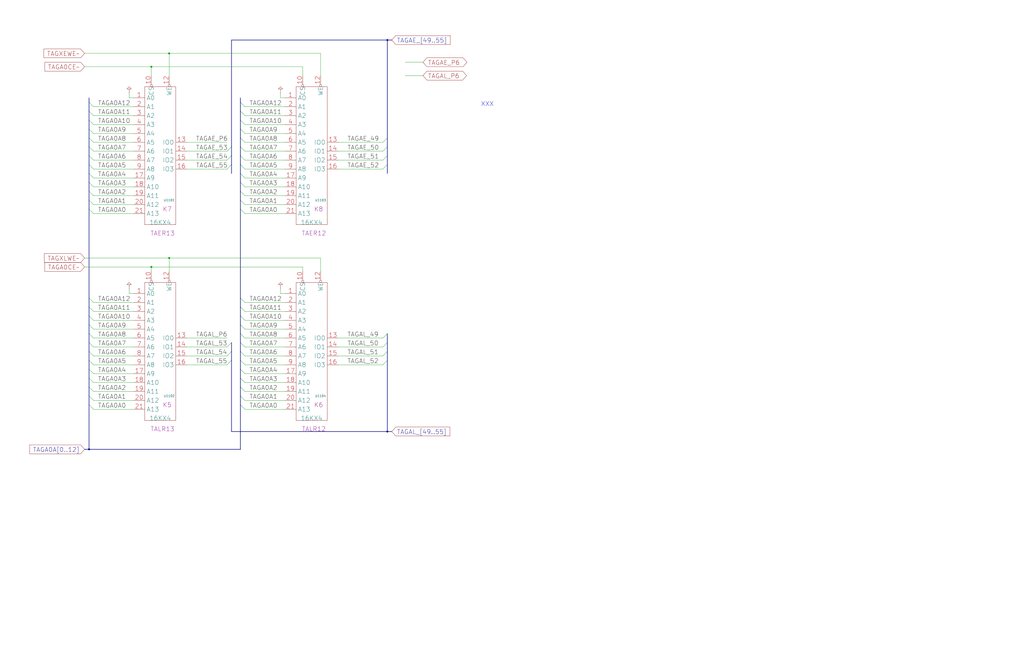
<source format=kicad_sch>
(kicad_sch (version 20250114) (generator "eeschema") (generator_version "9.0")
  (paper "User" 584.2 378.46)
  (title_block (title "TAGARAMS\\nLRU BYTE 49:55, P6") (date "08-MAR-90") (rev "0.0") (comment 1 "MEM32 BOARD") (comment 2 "232-003066") (comment 3 "S400") (comment 4 "RELEASED"))
  (lib_symbols
    (symbol "r1000:16KX4" (pin_names (offset 1.016))
      (property "Reference" "U" (at 2.54 5.08 0))
      (property "Value" "16KX4" (at -8.89 -7.62 0))
      (property "Location" "___" (at -1.27 0 0))
      (property "Name" "______" (at -1.27 -15.24 0))
      (symbol "16KX4_1_1"
        (rectangle (start -11.43 69.85) (end 6.35 -8.89))
        (circle (center -7.62 70.485) (radius 0.635))
        (circle (center 2.54 70.485) (radius 0.635))
        (pin input line (at -17.78 63.5 0) (length 6.35) (name "A0") (number "1"))
        (pin input line (at -17.78 58.42 0) (length 6.35) (name "A1") (number "2"))
        (pin input line (at -17.78 53.34 0) (length 6.35) (name "A2") (number "3"))
        (pin input line (at -17.78 48.26 0) (length 6.35) (name "A3") (number "4"))
        (pin input line (at -17.78 43.18 0) (length 6.35) (name "A4") (number "5"))
        (pin input line (at -17.78 38.1 0) (length 6.35) (name "A5") (number "6"))
        (pin input line (at -17.78 33.02 0) (length 6.35) (name "A6") (number "7"))
        (pin input line (at -17.78 27.94 0) (length 6.35) (name "A7") (number "8"))
        (pin input line (at -17.78 22.86 0) (length 6.35) (name "A8") (number "9"))
        (pin input line (at -17.78 17.78 0) (length 6.35) (name "A9") (number "17"))
        (pin input line (at -17.78 12.7 0) (length 6.35) (name "A10") (number "18"))
        (pin input line (at -17.78 7.62 0) (length 6.35) (name "A11") (number "19"))
        (pin input line (at -17.78 2.54 0) (length 6.35) (name "A12") (number "20"))
        (pin input line (at -17.78 -2.54 0) (length 6.35) (name "A13") (number "21"))
        (pin input line (at -7.62 76.2 270) (length 5.08) (name "CS") (number "10"))
        (pin input line (at 2.54 76.2 270) (length 5.08) (name "WE") (number "12"))
        (pin bidirectional line (at 12.7 38.1 180) (length 6.35) (name "IO0") (number "13"))
        (pin bidirectional line (at 12.7 33.02 180) (length 6.35) (name "IO1") (number "14"))
        (pin bidirectional line (at 12.7 27.94 180) (length 6.35) (name "IO2") (number "15"))
        (pin bidirectional line (at 12.7 22.86 180) (length 6.35) (name "IO3") (number "16"))
      )
    )
    (symbol "r1000:PU" (power) (pin_numbers (hide yes)) (pin_names (hide yes))
      (symbol "PU_0_1"
        (polyline (pts (xy 0 2.54) (xy -1.27 2.54) (xy 0 3.81) (xy 1.27 2.54) (xy 0 2.54)) (stroke (width 0.1524)))
      )
      (symbol "PU_1_1"
        (pin power_in line (at 0 0 90) (length 2.54) (name "PU") (number "1"))
      )
    )
  )
  (text "XXX" (at 274.32 60.96 0) (effects (font (size 2.54 2.54)) (justify left bottom)))
  (junction (at 50.8 256.54))
  (junction (at 220.98 246.38))
  (junction (at 86.36 38.1))
  (junction (at 96.52 147.32))
  (junction (at 96.52 30.48))
  (junction (at 220.98 22.86))
  (junction (at 86.36 152.4))
  (bus_entry (at 220.98 190.5) (size -2.54 2.54))
  (bus_entry (at 50.8 170.18) (size 2.54 2.54))
  (bus_entry (at 137.16 175.26) (size 2.54 2.54))
  (bus_entry (at 50.8 205.74) (size 2.54 2.54))
  (bus_entry (at 50.8 78.74) (size 2.54 2.54))
  (bus_entry (at 50.8 200.66) (size 2.54 2.54))
  (bus_entry (at 137.16 205.74) (size 2.54 2.54))
  (bus_entry (at 137.16 215.9) (size 2.54 2.54))
  (bus_entry (at 137.16 195.58) (size 2.54 2.54))
  (bus_entry (at 132.08 195.58) (size -2.54 2.54))
  (bus_entry (at 132.08 205.74) (size -2.54 2.54))
  (bus_entry (at 137.16 68.58) (size 2.54 2.54))
  (bus_entry (at 137.16 93.98) (size 2.54 2.54))
  (bus_entry (at 50.8 104.14) (size 2.54 2.54))
  (bus_entry (at 137.16 73.66) (size 2.54 2.54))
  (bus_entry (at 50.8 190.5) (size 2.54 2.54))
  (bus_entry (at 220.98 93.98) (size -2.54 2.54))
  (bus_entry (at 132.08 200.66) (size -2.54 2.54))
  (bus_entry (at 50.8 99.06) (size 2.54 2.54))
  (bus_entry (at 137.16 114.3) (size 2.54 2.54))
  (bus_entry (at 137.16 220.98) (size 2.54 2.54))
  (bus_entry (at 50.8 109.22) (size 2.54 2.54))
  (bus_entry (at 137.16 170.18) (size 2.54 2.54))
  (bus_entry (at 137.16 185.42) (size 2.54 2.54))
  (bus_entry (at 50.8 215.9) (size 2.54 2.54))
  (bus_entry (at 50.8 58.42) (size 2.54 2.54))
  (bus_entry (at 137.16 109.22) (size 2.54 2.54))
  (bus_entry (at 132.08 93.98) (size -2.54 2.54))
  (bus_entry (at 50.8 63.5) (size 2.54 2.54))
  (bus_entry (at 50.8 114.3) (size 2.54 2.54))
  (bus_entry (at 50.8 180.34) (size 2.54 2.54))
  (bus_entry (at 137.16 88.9) (size 2.54 2.54))
  (bus_entry (at 50.8 73.66) (size 2.54 2.54))
  (bus_entry (at 50.8 83.82) (size 2.54 2.54))
  (bus_entry (at 137.16 63.5) (size 2.54 2.54))
  (bus_entry (at 137.16 180.34) (size 2.54 2.54))
  (bus_entry (at 50.8 68.58) (size 2.54 2.54))
  (bus_entry (at 220.98 195.58) (size -2.54 2.54))
  (bus_entry (at 137.16 99.06) (size 2.54 2.54))
  (bus_entry (at 137.16 200.66) (size 2.54 2.54))
  (bus_entry (at 50.8 210.82) (size 2.54 2.54))
  (bus_entry (at 220.98 88.9) (size -2.54 2.54))
  (bus_entry (at 137.16 231.14) (size 2.54 2.54))
  (bus_entry (at 50.8 185.42) (size 2.54 2.54))
  (bus_entry (at 50.8 93.98) (size 2.54 2.54))
  (bus_entry (at 137.16 83.82) (size 2.54 2.54))
  (bus_entry (at 50.8 195.58) (size 2.54 2.54))
  (bus_entry (at 137.16 104.14) (size 2.54 2.54))
  (bus_entry (at 220.98 78.74) (size -2.54 2.54))
  (bus_entry (at 137.16 210.82) (size 2.54 2.54))
  (bus_entry (at 220.98 205.74) (size -2.54 2.54))
  (bus_entry (at 50.8 231.14) (size 2.54 2.54))
  (bus_entry (at 50.8 226.06) (size 2.54 2.54))
  (bus_entry (at 220.98 83.82) (size -2.54 2.54))
  (bus_entry (at 137.16 58.42) (size 2.54 2.54))
  (bus_entry (at 137.16 190.5) (size 2.54 2.54))
  (bus_entry (at 50.8 88.9) (size 2.54 2.54))
  (bus_entry (at 220.98 200.66) (size -2.54 2.54))
  (bus_entry (at 137.16 78.74) (size 2.54 2.54))
  (bus_entry (at 132.08 83.82) (size -2.54 2.54))
  (bus_entry (at 50.8 220.98) (size 2.54 2.54))
  (bus_entry (at 132.08 88.9) (size -2.54 2.54))
  (bus_entry (at 50.8 175.26) (size 2.54 2.54))
  (bus_entry (at 50.8 119.38) (size 2.54 2.54))
  (bus_entry (at 137.16 119.38) (size 2.54 2.54))
  (bus_entry (at 137.16 226.06) (size 2.54 2.54))
  (bus (pts (xy 50.8 55.88) (xy 50.8 58.42)))
  (wire (pts (xy 231.14 35.56) (xy 241.3 35.56)))
  (wire (pts (xy 73.66 55.88) (xy 73.66 53.34)))
  (wire (pts (xy 53.34 116.84) (xy 76.2 116.84)))
  (wire (pts (xy 139.7 106.68) (xy 162.56 106.68)))
  (wire (pts (xy 73.66 167.64) (xy 73.66 165.1)))
  (wire (pts (xy 76.2 167.64) (xy 73.66 167.64)))
  (wire (pts (xy 160.02 167.64) (xy 160.02 165.1)))
  (wire (pts (xy 139.7 101.6) (xy 162.56 101.6)))
  (bus (pts (xy 137.16 175.26) (xy 137.16 180.34)))
  (bus (pts (xy 50.8 180.34) (xy 50.8 185.42)))
  (wire (pts (xy 139.7 182.88) (xy 162.56 182.88)))
  (wire (pts (xy 96.52 147.32) (xy 182.88 147.32)))
  (bus (pts (xy 50.8 210.82) (xy 50.8 215.9)))
  (bus (pts (xy 132.08 205.74) (xy 132.08 246.38)))
  (wire (pts (xy 53.34 91.44) (xy 76.2 91.44)))
  (bus (pts (xy 137.16 104.14) (xy 137.16 109.22)))
  (bus (pts (xy 137.16 58.42) (xy 137.16 63.5)))
  (bus (pts (xy 137.16 73.66) (xy 137.16 78.74)))
  (wire (pts (xy 162.56 55.88) (xy 160.02 55.88)))
  (bus (pts (xy 50.8 220.98) (xy 50.8 226.06)))
  (wire (pts (xy 106.68 81.28) (xy 129.54 81.28)))
  (wire (pts (xy 106.68 208.28) (xy 129.54 208.28)))
  (bus (pts (xy 137.16 78.74) (xy 137.16 83.82)))
  (wire (pts (xy 139.7 81.28) (xy 162.56 81.28)))
  (wire (pts (xy 139.7 60.96) (xy 162.56 60.96)))
  (bus (pts (xy 137.16 210.82) (xy 137.16 215.9)))
  (bus (pts (xy 50.8 119.38) (xy 50.8 170.18)))
  (bus (pts (xy 137.16 114.3) (xy 137.16 119.38)))
  (bus (pts (xy 50.8 190.5) (xy 50.8 195.58)))
  (wire (pts (xy 193.04 91.44) (xy 218.44 91.44)))
  (wire (pts (xy 182.88 147.32) (xy 182.88 154.94)))
  (bus (pts (xy 137.16 63.5) (xy 137.16 68.58)))
  (bus (pts (xy 132.08 195.58) (xy 132.08 200.66)))
  (wire (pts (xy 106.68 91.44) (xy 129.54 91.44)))
  (bus (pts (xy 137.16 195.58) (xy 137.16 200.66)))
  (wire (pts (xy 139.7 208.28) (xy 162.56 208.28)))
  (wire (pts (xy 86.36 152.4) (xy 172.72 152.4)))
  (wire (pts (xy 193.04 198.12) (xy 218.44 198.12)))
  (bus (pts (xy 220.98 200.66) (xy 220.98 205.74)))
  (wire (pts (xy 48.26 30.48) (xy 96.52 30.48)))
  (bus (pts (xy 48.26 256.54) (xy 50.8 256.54)))
  (wire (pts (xy 53.34 71.12) (xy 76.2 71.12)))
  (bus (pts (xy 50.8 200.66) (xy 50.8 205.74)))
  (bus (pts (xy 50.8 99.06) (xy 50.8 104.14)))
  (bus (pts (xy 50.8 175.26) (xy 50.8 180.34)))
  (wire (pts (xy 53.34 187.96) (xy 76.2 187.96)))
  (bus (pts (xy 50.8 78.74) (xy 50.8 83.82)))
  (bus (pts (xy 137.16 200.66) (xy 137.16 205.74)))
  (bus (pts (xy 137.16 226.06) (xy 137.16 231.14)))
  (bus (pts (xy 132.08 93.98) (xy 132.08 99.06)))
  (bus (pts (xy 137.16 205.74) (xy 137.16 210.82)))
  (wire (pts (xy 193.04 203.2) (xy 218.44 203.2)))
  (bus (pts (xy 50.8 114.3) (xy 50.8 119.38)))
  (wire (pts (xy 53.34 66.04) (xy 76.2 66.04)))
  (wire (pts (xy 106.68 86.36) (xy 129.54 86.36)))
  (bus (pts (xy 132.08 200.66) (xy 132.08 205.74)))
  (wire (pts (xy 96.52 147.32) (xy 96.52 154.94)))
  (wire (pts (xy 53.34 121.92) (xy 76.2 121.92)))
  (wire (pts (xy 53.34 223.52) (xy 76.2 223.52)))
  (bus (pts (xy 50.8 109.22) (xy 50.8 114.3)))
  (bus (pts (xy 220.98 88.9) (xy 220.98 93.98)))
  (wire (pts (xy 53.34 177.8) (xy 76.2 177.8)))
  (wire (pts (xy 139.7 203.2) (xy 162.56 203.2)))
  (bus (pts (xy 137.16 190.5) (xy 137.16 195.58)))
  (wire (pts (xy 53.34 203.2) (xy 76.2 203.2)))
  (wire (pts (xy 193.04 81.28) (xy 218.44 81.28)))
  (wire (pts (xy 53.34 96.52) (xy 76.2 96.52)))
  (bus (pts (xy 50.8 226.06) (xy 50.8 231.14)))
  (bus (pts (xy 50.8 231.14) (xy 50.8 256.54)))
  (wire (pts (xy 139.7 193.04) (xy 162.56 193.04)))
  (bus (pts (xy 220.98 205.74) (xy 220.98 246.38)))
  (wire (pts (xy 53.34 60.96) (xy 76.2 60.96)))
  (wire (pts (xy 139.7 213.36) (xy 162.56 213.36)))
  (wire (pts (xy 139.7 187.96) (xy 162.56 187.96)))
  (bus (pts (xy 50.8 205.74) (xy 50.8 210.82)))
  (bus (pts (xy 50.8 93.98) (xy 50.8 99.06)))
  (bus (pts (xy 137.16 119.38) (xy 137.16 170.18)))
  (bus (pts (xy 50.8 195.58) (xy 50.8 200.66)))
  (wire (pts (xy 48.26 38.1) (xy 86.36 38.1)))
  (bus (pts (xy 132.08 22.86) (xy 132.08 83.82)))
  (wire (pts (xy 53.34 172.72) (xy 76.2 172.72)))
  (wire (pts (xy 53.34 228.6) (xy 76.2 228.6)))
  (wire (pts (xy 53.34 182.88) (xy 76.2 182.88)))
  (bus (pts (xy 50.8 83.82) (xy 50.8 88.9)))
  (bus (pts (xy 50.8 58.42) (xy 50.8 63.5)))
  (wire (pts (xy 193.04 193.04) (xy 218.44 193.04)))
  (wire (pts (xy 162.56 167.64) (xy 160.02 167.64)))
  (bus (pts (xy 50.8 104.14) (xy 50.8 109.22)))
  (wire (pts (xy 139.7 177.8) (xy 162.56 177.8)))
  (wire (pts (xy 96.52 30.48) (xy 182.88 30.48)))
  (wire (pts (xy 53.34 233.68) (xy 76.2 233.68)))
  (wire (pts (xy 139.7 71.12) (xy 162.56 71.12)))
  (bus (pts (xy 137.16 215.9) (xy 137.16 220.98)))
  (bus (pts (xy 50.8 170.18) (xy 50.8 175.26)))
  (wire (pts (xy 139.7 228.6) (xy 162.56 228.6)))
  (bus (pts (xy 50.8 185.42) (xy 50.8 190.5)))
  (wire (pts (xy 53.34 111.76) (xy 76.2 111.76)))
  (wire (pts (xy 53.34 218.44) (xy 76.2 218.44)))
  (bus (pts (xy 220.98 78.74) (xy 220.98 83.82)))
  (bus (pts (xy 220.98 22.86) (xy 220.98 78.74)))
  (wire (pts (xy 139.7 86.36) (xy 162.56 86.36)))
  (wire (pts (xy 106.68 198.12) (xy 129.54 198.12)))
  (bus (pts (xy 137.16 68.58) (xy 137.16 73.66)))
  (wire (pts (xy 139.7 198.12) (xy 162.56 198.12)))
  (bus (pts (xy 137.16 180.34) (xy 137.16 185.42)))
  (wire (pts (xy 106.68 96.52) (xy 129.54 96.52)))
  (bus (pts (xy 137.16 93.98) (xy 137.16 99.06)))
  (wire (pts (xy 193.04 96.52) (xy 218.44 96.52)))
  (wire (pts (xy 53.34 198.12) (xy 76.2 198.12)))
  (bus (pts (xy 132.08 83.82) (xy 132.08 88.9)))
  (wire (pts (xy 139.7 172.72) (xy 162.56 172.72)))
  (wire (pts (xy 86.36 38.1) (xy 86.36 43.18)))
  (wire (pts (xy 106.68 203.2) (xy 129.54 203.2)))
  (wire (pts (xy 193.04 208.28) (xy 218.44 208.28)))
  (wire (pts (xy 139.7 218.44) (xy 162.56 218.44)))
  (wire (pts (xy 139.7 223.52) (xy 162.56 223.52)))
  (bus (pts (xy 50.8 68.58) (xy 50.8 73.66)))
  (wire (pts (xy 76.2 55.88) (xy 73.66 55.88)))
  (bus (pts (xy 137.16 109.22) (xy 137.16 114.3)))
  (wire (pts (xy 139.7 76.2) (xy 162.56 76.2)))
  (bus (pts (xy 50.8 63.5) (xy 50.8 68.58)))
  (bus (pts (xy 137.16 99.06) (xy 137.16 104.14)))
  (wire (pts (xy 53.34 81.28) (xy 76.2 81.28)))
  (wire (pts (xy 182.88 30.48) (xy 182.88 43.18)))
  (wire (pts (xy 53.34 76.2) (xy 76.2 76.2)))
  (bus (pts (xy 137.16 185.42) (xy 137.16 190.5)))
  (bus (pts (xy 220.98 190.5) (xy 220.98 195.58)))
  (bus (pts (xy 220.98 195.58) (xy 220.98 200.66)))
  (bus (pts (xy 137.16 220.98) (xy 137.16 226.06)))
  (wire (pts (xy 139.7 91.44) (xy 162.56 91.44)))
  (wire (pts (xy 139.7 116.84) (xy 162.56 116.84)))
  (bus (pts (xy 50.8 215.9) (xy 50.8 220.98)))
  (wire (pts (xy 86.36 152.4) (xy 86.36 154.94)))
  (bus (pts (xy 137.16 170.18) (xy 137.16 175.26)))
  (wire (pts (xy 172.72 152.4) (xy 172.72 154.94)))
  (wire (pts (xy 193.04 86.36) (xy 218.44 86.36)))
  (wire (pts (xy 86.36 38.1) (xy 172.72 38.1)))
  (wire (pts (xy 160.02 55.88) (xy 160.02 53.34)))
  (bus (pts (xy 137.16 55.88) (xy 137.16 58.42)))
  (wire (pts (xy 139.7 121.92) (xy 162.56 121.92)))
  (wire (pts (xy 53.34 106.68) (xy 76.2 106.68)))
  (wire (pts (xy 53.34 213.36) (xy 76.2 213.36)))
  (wire (pts (xy 241.3 43.18) (xy 231.14 43.18)))
  (bus (pts (xy 50.8 73.66) (xy 50.8 78.74)))
  (bus (pts (xy 50.8 256.54) (xy 137.16 256.54)))
  (bus (pts (xy 50.8 88.9) (xy 50.8 93.98)))
  (wire (pts (xy 139.7 66.04) (xy 162.56 66.04)))
  (bus (pts (xy 132.08 22.86) (xy 220.98 22.86)))
  (wire (pts (xy 48.26 152.4) (xy 86.36 152.4)))
  (wire (pts (xy 139.7 111.76) (xy 162.56 111.76)))
  (wire (pts (xy 172.72 38.1) (xy 172.72 43.18)))
  (bus (pts (xy 137.16 88.9) (xy 137.16 93.98)))
  (bus (pts (xy 220.98 93.98) (xy 220.98 99.06)))
  (bus (pts (xy 220.98 22.86) (xy 223.52 22.86)))
  (wire (pts (xy 139.7 233.68) (xy 162.56 233.68)))
  (wire (pts (xy 96.52 30.48) (xy 96.52 43.18)))
  (wire (pts (xy 53.34 86.36) (xy 76.2 86.36)))
  (bus (pts (xy 132.08 246.38) (xy 220.98 246.38)))
  (bus (pts (xy 132.08 88.9) (xy 132.08 93.98)))
  (wire (pts (xy 53.34 101.6) (xy 76.2 101.6)))
  (bus (pts (xy 137.16 83.82) (xy 137.16 88.9)))
  (wire (pts (xy 53.34 208.28) (xy 76.2 208.28)))
  (wire (pts (xy 48.26 147.32) (xy 96.52 147.32)))
  (bus (pts (xy 137.16 231.14) (xy 137.16 256.54)))
  (bus (pts (xy 220.98 83.82) (xy 220.98 88.9)))
  (wire (pts (xy 139.7 96.52) (xy 162.56 96.52)))
  (wire (pts (xy 53.34 193.04) (xy 76.2 193.04)))
  (bus (pts (xy 220.98 246.38) (xy 223.52 246.38)))
  (wire (pts (xy 106.68 193.04) (xy 129.54 193.04)))
  (label "TAGA0A7" (at 142.24 86.36 0) (effects (font (size 2.54 2.54))))
  (label "TAGAL_52" (at 198.12 208.28 0) (effects (font (size 2.54 2.54))))
  (label "TAGA0A0" (at 55.88 121.92 0) (effects (font (size 2.54 2.54))))
  (label "TAGAE_54" (at 111.76 91.44 0) (effects (font (size 2.54 2.54))))
  (label "TAGA0A0" (at 142.24 121.92 0) (effects (font (size 2.54 2.54))))
  (label "TAGA0A5" (at 142.24 208.28 0) (effects (font (size 2.54 2.54))))
  (label "TAGA0A2" (at 142.24 111.76 0) (effects (font (size 2.54 2.54))))
  (label "TAGAE_52" (at 198.12 96.52 0) (effects (font (size 2.54 2.54))))
  (label "TAGAL_51" (at 198.12 203.2 0) (effects (font (size 2.54 2.54))))
  (label "TAGA0A1" (at 55.88 228.6 0) (effects (font (size 2.54 2.54))))
  (label "TAGA0A2" (at 55.88 223.52 0) (effects (font (size 2.54 2.54))))
  (label "TAGA0A10" (at 55.88 71.12 0) (effects (font (size 2.54 2.54))))
  (label "TAGA0A1" (at 142.24 228.6 0) (effects (font (size 2.54 2.54))))
  (label "TAGA0A3" (at 55.88 106.68 0) (effects (font (size 2.54 2.54))))
  (label "TAGA0A8" (at 142.24 193.04 0) (effects (font (size 2.54 2.54))))
  (label "TAGA0A11" (at 55.88 177.8 0) (effects (font (size 2.54 2.54))))
  (label "TAGA0A12" (at 142.24 172.72 0) (effects (font (size 2.54 2.54))))
  (label "TAGA0A2" (at 142.24 223.52 0) (effects (font (size 2.54 2.54))))
  (label "TAGA0A2" (at 55.88 111.76 0) (effects (font (size 2.54 2.54))))
  (label "TAGA0A12" (at 55.88 60.96 0) (effects (font (size 2.54 2.54))))
  (label "TAGA0A4" (at 142.24 101.6 0) (effects (font (size 2.54 2.54))))
  (label "TAGA0A5" (at 55.88 208.28 0) (effects (font (size 2.54 2.54))))
  (label "TAGA0A6" (at 142.24 203.2 0) (effects (font (size 2.54 2.54))))
  (label "TAGA0A8" (at 142.24 81.28 0) (effects (font (size 2.54 2.54))))
  (label "TAGA0A0" (at 142.24 233.68 0) (effects (font (size 2.54 2.54))))
  (label "TAGA0A8" (at 55.88 193.04 0) (effects (font (size 2.54 2.54))))
  (label "TAGA0A10" (at 142.24 182.88 0) (effects (font (size 2.54 2.54))))
  (label "TAGAL_50" (at 198.12 198.12 0) (effects (font (size 2.54 2.54))))
  (label "TAGA0A3" (at 55.88 218.44 0) (effects (font (size 2.54 2.54))))
  (label "TAGA0A6" (at 142.24 91.44 0) (effects (font (size 2.54 2.54))))
  (label "TAGA0A5" (at 55.88 96.52 0) (effects (font (size 2.54 2.54))))
  (label "TAGAL_54" (at 111.76 203.2 0) (effects (font (size 2.54 2.54))))
  (label "TAGA0A12" (at 55.88 172.72 0) (effects (font (size 2.54 2.54))))
  (label "TAGAE_49" (at 198.12 81.28 0) (effects (font (size 2.54 2.54))))
  (label "TAGAE_55" (at 111.76 96.52 0) (effects (font (size 2.54 2.54))))
  (label "TAGA0A9" (at 142.24 76.2 0) (effects (font (size 2.54 2.54))))
  (label "TAGA0A6" (at 55.88 203.2 0) (effects (font (size 2.54 2.54))))
  (label "TAGA0A10" (at 55.88 182.88 0) (effects (font (size 2.54 2.54))))
  (label "TAGA0A8" (at 55.88 81.28 0) (effects (font (size 2.54 2.54))))
  (label "TAGA0A5" (at 142.24 96.52 0) (effects (font (size 2.54 2.54))))
  (label "TAGA0A11" (at 55.88 66.04 0) (effects (font (size 2.54 2.54))))
  (label "TAGA0A6" (at 55.88 91.44 0) (effects (font (size 2.54 2.54))))
  (label "TAGA0A1" (at 142.24 116.84 0) (effects (font (size 2.54 2.54))))
  (label "TAGA0A9" (at 55.88 187.96 0) (effects (font (size 2.54 2.54))))
  (label "TAGAL_53" (at 111.76 198.12 0) (effects (font (size 2.54 2.54))))
  (label "TAGA0A11" (at 142.24 66.04 0) (effects (font (size 2.54 2.54))))
  (label "TAGAL_P6" (at 111.76 193.04 0) (effects (font (size 2.54 2.54))))
  (label "TAGA0A3" (at 142.24 106.68 0) (effects (font (size 2.54 2.54))))
  (label "TAGA0A11" (at 142.24 177.8 0) (effects (font (size 2.54 2.54))))
  (label "TAGA0A4" (at 55.88 213.36 0) (effects (font (size 2.54 2.54))))
  (label "TAGAL_55" (at 111.76 208.28 0) (effects (font (size 2.54 2.54))))
  (label "TAGA0A10" (at 142.24 71.12 0) (effects (font (size 2.54 2.54))))
  (label "TAGAE_P6" (at 111.76 81.28 0) (effects (font (size 2.54 2.54))))
  (label "TAGA0A9" (at 55.88 76.2 0) (effects (font (size 2.54 2.54))))
  (label "TAGAE_51" (at 198.12 91.44 0) (effects (font (size 2.54 2.54))))
  (label "TAGA0A7" (at 142.24 198.12 0) (effects (font (size 2.54 2.54))))
  (label "TAGA0A0" (at 55.88 233.68 0) (effects (font (size 2.54 2.54))))
  (label "TAGA0A3" (at 142.24 218.44 0) (effects (font (size 2.54 2.54))))
  (label "TAGA0A4" (at 55.88 101.6 0) (effects (font (size 2.54 2.54))))
  (label "TAGA0A7" (at 55.88 86.36 0) (effects (font (size 2.54 2.54))))
  (label "TAGAL_49" (at 198.12 193.04 0) (effects (font (size 2.54 2.54))))
  (label "TAGA0A1" (at 55.88 116.84 0) (effects (font (size 2.54 2.54))))
  (label "TAGAE_50" (at 198.12 86.36 0) (effects (font (size 2.54 2.54))))
  (label "TAGA0A9" (at 142.24 187.96 0) (effects (font (size 2.54 2.54))))
  (label "TAGA0A4" (at 142.24 213.36 0) (effects (font (size 2.54 2.54))))
  (label "TAGA0A7" (at 55.88 198.12 0) (effects (font (size 2.54 2.54))))
  (label "TAGA0A12" (at 142.24 60.96 0) (effects (font (size 2.54 2.54))))
  (label "TAGAE_53" (at 111.76 86.36 0) (effects (font (size 2.54 2.54))))
  (global_label "TAGAL_[49..55]" (shape input) (at 223.52 246.38 0) (effects (font (size 2.54 2.54))) (property "Intersheetrefs" "${INTERSHEET_REFS}" (at 256.6489 246.2213 0) (effects (font (size 1.905 1.905)) (justify left))))
  (global_label "TAGA0CE~" (shape input) (at 48.26 152.4 180) (effects (font (size 2.54 2.54))) (property "Intersheetrefs" "${INTERSHEET_REFS}" (at 25.533 152.2413 0) (effects (font (size 1.905 1.905)) (justify right))))
  (global_label "TAGXLWE~" (shape input) (at 48.26 147.32 180) (effects (font (size 2.54 2.54))) (property "Intersheetrefs" "${INTERSHEET_REFS}" (at 25.2911 147.1613 0) (effects (font (size 1.905 1.905)) (justify right))))
  (global_label "TAGA0A[0..12]" (shape input) (at 48.26 256.54 180) (effects (font (size 2.54 2.54))) (property "Intersheetrefs" "${INTERSHEET_REFS}" (at 16.9454 256.3813 0) (effects (font (size 1.905 1.905)) (justify right))))
  (global_label "TAGAE_[49..55]" (shape input) (at 223.52 22.86 0) (effects (font (size 2.54 2.54))) (property "Intersheetrefs" "${INTERSHEET_REFS}" (at 256.8908 22.7013 0) (effects (font (size 1.905 1.905)) (justify left))))
  (global_label "TAGAE_P6" (shape bidirectional) (at 241.3 35.56 0) (effects (font (size 2.54 2.54))) (property "Intersheetrefs" "${INTERSHEET_REFS}" (at 264.1479 35.4013 0) (effects (font (size 1.905 1.905)) (justify left))))
  (global_label "TAGXEWE~" (shape input) (at 48.26 30.48 180) (effects (font (size 2.54 2.54))) (property "Intersheetrefs" "${INTERSHEET_REFS}" (at 25.0492 30.3213 0) (effects (font (size 1.905 1.905)) (justify right))))
  (global_label "TAGA0CE~" (shape input) (at 48.26 38.1 180) (effects (font (size 2.54 2.54))) (property "Intersheetrefs" "${INTERSHEET_REFS}" (at 25.533 37.9413 0) (effects (font (size 1.905 1.905)) (justify right))))
  (global_label "TAGAL_P6" (shape bidirectional) (at 241.3 43.18 0) (effects (font (size 2.54 2.54))) (property "Intersheetrefs" "${INTERSHEET_REFS}" (at 263.906 43.0213 0) (effects (font (size 1.905 1.905)) (justify left))))
  (symbol (lib_id "r1000:16KX4") (at 180.34 119.38 0) (unit 1)
    (property "Reference" "U1103" (at 182.88 114.3 0))
    (property "Value" "16KX4" (at 171.45 127 0) (effects (font (size 2.54 2.54)) (justify left)))
    (property "Location" "K8" (at 179.07 119.38 0) (effects (font (size 2.54 2.54)) (justify left)))
    (property "Name" "TAER12" (at 179.07 134.62 0) (effects (font (size 2.54 2.54)) (justify bottom)))
  )
  (symbol (lib_id "r1000:PU") (at 73.66 53.34 0) (unit 1)
    (property "Reference" "#PWR0110" (effects (hide yes)))
    (property "Value" "PU" (effects (hide yes)))
  )
  (symbol (lib_id "r1000:PU") (at 160.02 53.34 0) (unit 1)
    (property "Reference" "#PWR0111" (effects (hide yes)))
    (property "Value" "PU" (effects (hide yes)))
  )
  (symbol (lib_id "r1000:16KX4") (at 93.98 119.38 0) (unit 1)
    (property "Reference" "U1101" (at 96.52 114.3 0))
    (property "Value" "16KX4" (at 85.09 127 0) (effects (font (size 2.54 2.54)) (justify left)))
    (property "Location" "K7" (at 92.71 119.38 0) (effects (font (size 2.54 2.54)) (justify left)))
    (property "Name" "TAER13" (at 92.71 134.62 0) (effects (font (size 2.54 2.54)) (justify bottom)))
  )
  (symbol (lib_id "r1000:16KX4") (at 93.98 231.14 0) (unit 1)
    (property "Reference" "U1102" (at 96.52 226.06 0))
    (property "Value" "16KX4" (at 85.09 238.76 0) (effects (font (size 2.54 2.54)) (justify left)))
    (property "Location" "K5" (at 92.71 231.14 0) (effects (font (size 2.54 2.54)) (justify left)))
    (property "Name" "TALR13" (at 92.71 246.38 0) (effects (font (size 2.54 2.54)) (justify bottom)))
  )
  (symbol (lib_id "r1000:PU") (at 73.66 165.1 0) (unit 1)
    (property "Reference" "#PWR0112" (effects (hide yes)))
    (property "Value" "PU" (effects (hide yes)))
  )
  (symbol (lib_id "r1000:PU") (at 160.02 165.1 0) (unit 1)
    (property "Reference" "#PWR0113" (effects (hide yes)))
    (property "Value" "PU" (effects (hide yes)))
  )
  (symbol (lib_id "r1000:16KX4") (at 180.34 231.14 0) (unit 1)
    (property "Reference" "U1104" (at 182.88 226.06 0))
    (property "Value" "16KX4" (at 171.45 238.76 0) (effects (font (size 2.54 2.54)) (justify left)))
    (property "Location" "K6" (at 179.07 231.14 0) (effects (font (size 2.54 2.54)) (justify left)))
    (property "Name" "TALR12" (at 179.07 246.38 0) (effects (font (size 2.54 2.54)) (justify bottom)))
  )
)
</source>
